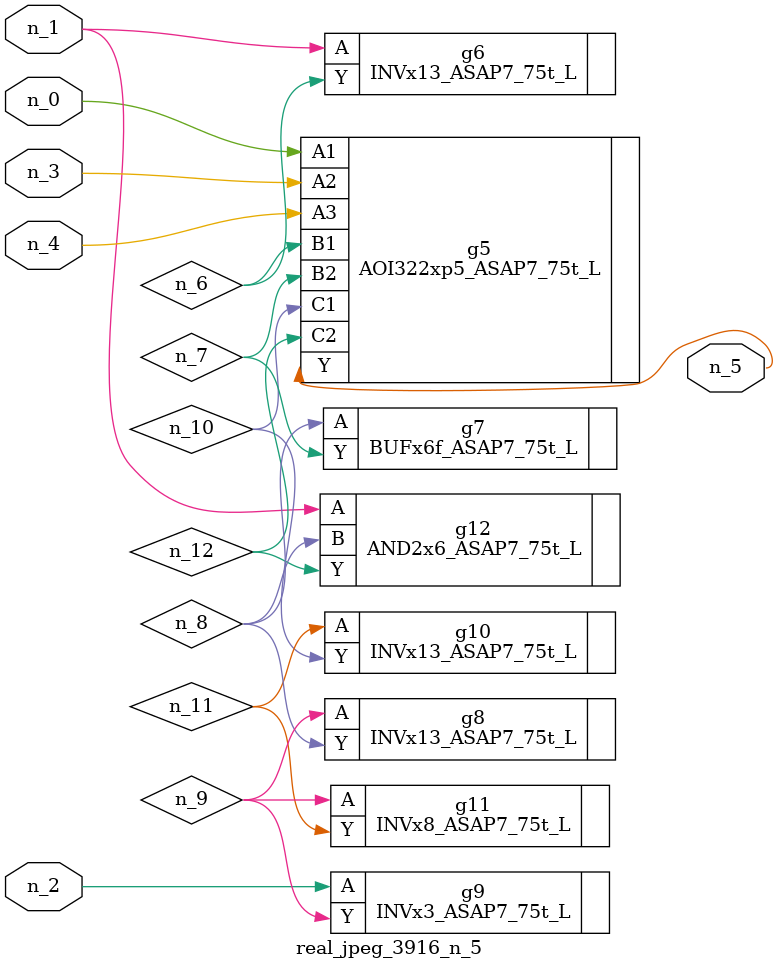
<source format=v>
module real_jpeg_3916_n_5 (n_4, n_0, n_1, n_2, n_3, n_5);

input n_4;
input n_0;
input n_1;
input n_2;
input n_3;

output n_5;

wire n_12;
wire n_8;
wire n_11;
wire n_6;
wire n_7;
wire n_10;
wire n_9;

AOI322xp5_ASAP7_75t_L g5 ( 
.A1(n_0),
.A2(n_3),
.A3(n_4),
.B1(n_6),
.B2(n_7),
.C1(n_10),
.C2(n_12),
.Y(n_5)
);

INVx13_ASAP7_75t_L g6 ( 
.A(n_1),
.Y(n_6)
);

AND2x6_ASAP7_75t_L g12 ( 
.A(n_1),
.B(n_8),
.Y(n_12)
);

INVx3_ASAP7_75t_L g9 ( 
.A(n_2),
.Y(n_9)
);

BUFx6f_ASAP7_75t_L g7 ( 
.A(n_8),
.Y(n_7)
);

INVx13_ASAP7_75t_L g8 ( 
.A(n_9),
.Y(n_8)
);

INVx8_ASAP7_75t_L g11 ( 
.A(n_9),
.Y(n_11)
);

INVx13_ASAP7_75t_L g10 ( 
.A(n_11),
.Y(n_10)
);


endmodule
</source>
